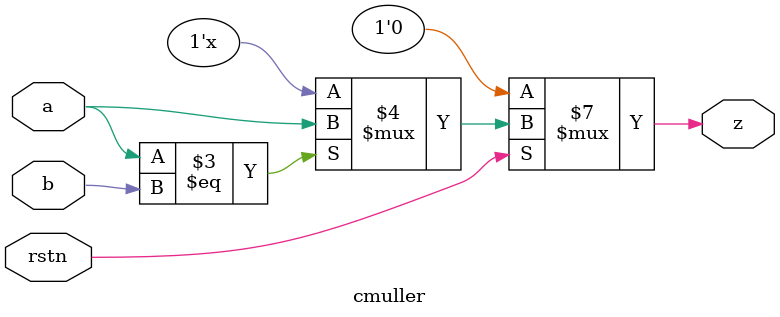
<source format=v>

`timescale 1ns/1ns

module cmuller(/*AUTOARG*/
   // Outputs
   z,
   // Inputs
   a, b, rstn
   );
  input  a;
  input  b;
  input  rstn;
  output z;

  /*AUTOREG*/
  // Beginning of automatic regs (for this module's undeclared outputs)
  reg                   z;
  // End of automatics

  always @* begin
    if(rstn == 1'b0) begin
      z <= 0;
    end
    else begin
      if(a == b)
        z <= #1 a;
    end

  end



endmodule // cmuller

</source>
